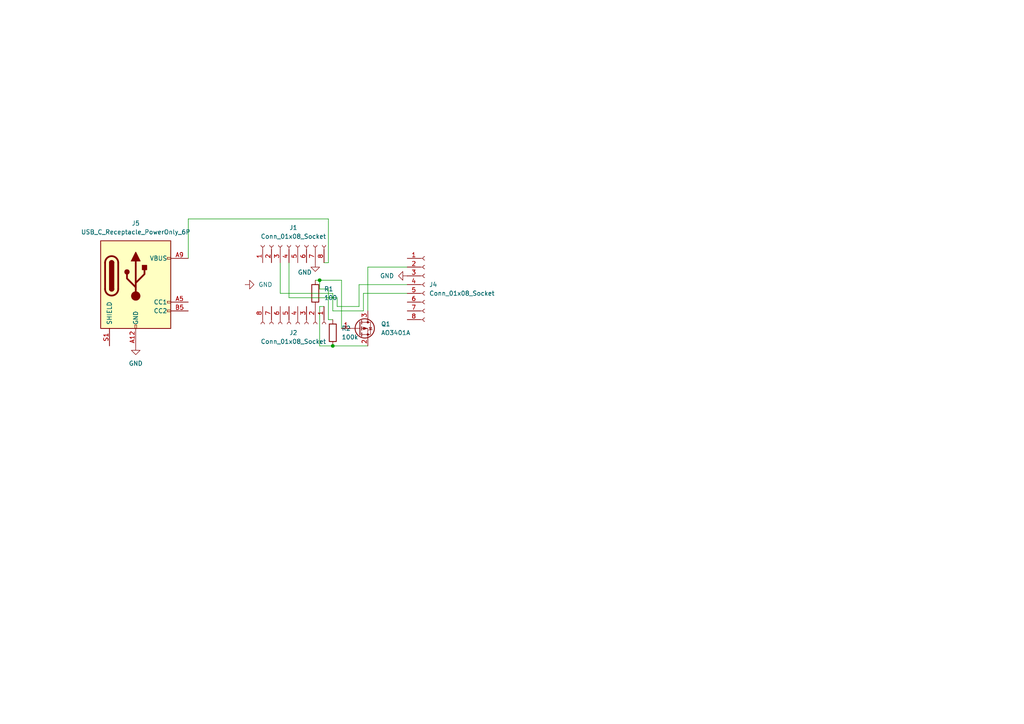
<source format=kicad_sch>
(kicad_sch (version 20250114) (generator "eeschema") (generator_version "9.0")
  (paper "A4")
  (lib_symbols
    (symbol "Connector:Conn_01x08_Socket" (pin_names (offset 1.016) (hide yes))
      (property "Reference" "J" (at 0 10.16 0))
      (property "Value" "Conn_01x08_Socket" (at 0 -12.7 0))
      (symbol "Conn_01x08_Socket_1_1"
        (polyline (pts (xy -1.27 7.62) (xy -0.508 7.62)) (stroke (width 0.1524)))
        (polyline (pts (xy -1.27 5.08) (xy -0.508 5.08)) (stroke (width 0.1524)))
        (polyline (pts (xy -1.27 2.54) (xy -0.508 2.54)) (stroke (width 0.1524)))
        (polyline (pts (xy -1.27 0) (xy -0.508 0)) (stroke (width 0.1524)))
        (polyline (pts (xy -1.27 -2.54) (xy -0.508 -2.54)) (stroke (width 0.1524)))
        (polyline (pts (xy -1.27 -5.08) (xy -0.508 -5.08)) (stroke (width 0.1524)))
        (polyline (pts (xy -1.27 -7.62) (xy -0.508 -7.62)) (stroke (width 0.1524)))
        (polyline (pts (xy -1.27 -10.16) (xy -0.508 -10.16)) (stroke (width 0.1524)))
        (arc (start 0 7.112) (mid -0.5058 7.62) (end 0 8.128) (stroke (width 0.1524)))
        (arc (start 0 4.572) (mid -0.5058 5.08) (end 0 5.588) (stroke (width 0.1524)))
        (arc (start 0 2.032) (mid -0.5058 2.54) (end 0 3.048) (stroke (width 0.1524)))
        (arc (start 0 -0.508) (mid -0.5058 0) (end 0 0.508) (stroke (width 0.1524)))
        (arc (start 0 -3.048) (mid -0.5058 -2.54) (end 0 -2.032) (stroke (width 0.1524)))
        (arc (start 0 -5.588) (mid -0.5058 -5.08) (end 0 -4.572) (stroke (width 0.1524)))
        (arc (start 0 -8.128) (mid -0.5058 -7.62) (end 0 -7.112) (stroke (width 0.1524)))
        (arc (start 0 -10.668) (mid -0.5058 -10.16) (end 0 -9.652) (stroke (width 0.1524)))
        (pin passive line (at -5.08 7.62 0) (length 3.81) (name "Pin_1") (number "1"))
        (pin passive line (at -5.08 5.08 0) (length 3.81) (name "Pin_2") (number "2"))
        (pin passive line (at -5.08 2.54 0) (length 3.81) (name "Pin_3") (number "3"))
        (pin passive line (at -5.08 0 0) (length 3.81) (name "Pin_4") (number "4"))
        (pin passive line (at -5.08 -2.54 0) (length 3.81) (name "Pin_5") (number "5"))
        (pin passive line (at -5.08 -5.08 0) (length 3.81) (name "Pin_6") (number "6"))
        (pin passive line (at -5.08 -7.62 0) (length 3.81) (name "Pin_7") (number "7"))
        (pin passive line (at -5.08 -10.16 0) (length 3.81) (name "Pin_8") (number "8"))
      )
    )
    (symbol "Connector:USB_C_Receptacle_PowerOnly_6P" (pin_names (offset 1.016))
      (property "Reference" "J" (at 0 16.51 0))
      (property "Value" "USB_C_Receptacle_PowerOnly_6P" (at 0 13.97 0))
      (symbol "USB_C_Receptacle_PowerOnly_6P_0_0"
        (rectangle (start -0.254 -12.7) (end 0.254 -11.684))
        (rectangle (start 10.16 7.874) (end 9.144 7.366))
        (rectangle (start 10.16 -4.826) (end 9.144 -5.334))
        (rectangle (start 10.16 -7.366) (end 9.144 -7.874))
      )
      (symbol "USB_C_Receptacle_PowerOnly_6P_0_1"
        (rectangle (start -10.16 12.7) (end 10.16 -12.7) (stroke (width 0.254)) (fill (type background)))
        (polyline (pts (xy -8.89 -1.27) (xy -8.89 6.35)) (stroke (width 0.508)))
        (rectangle (start -7.62 -1.27) (end -6.35 6.35) (stroke (width 0.254)) (fill (type outline)))
        (arc (start -7.62 6.35) (mid -6.985 6.9823) (end -6.35 6.35) (stroke (width 0.254)))
        (arc (start -7.62 6.35) (mid -6.985 6.9823) (end -6.35 6.35) (stroke (width 0.254)) (fill (type outline)))
        (arc (start -8.89 6.35) (mid -6.985 8.2467) (end -5.08 6.35) (stroke (width 0.508)))
        (arc (start -5.08 -1.27) (mid -6.985 -3.1667) (end -8.89 -1.27) (stroke (width 0.508)))
        (arc (start -6.35 -1.27) (mid -6.985 -1.9023) (end -7.62 -1.27) (stroke (width 0.254)))
        (arc (start -6.35 -1.27) (mid -6.985 -1.9023) (end -7.62 -1.27) (stroke (width 0.254)) (fill (type outline)))
        (polyline (pts (xy -5.08 6.35) (xy -5.08 -1.27)) (stroke (width 0.508)))
        (circle (center -2.54 3.683) (radius 0.635) (stroke (width 0.254)) (fill (type outline)))
        (polyline (pts (xy -1.27 6.858) (xy 0 9.398) (xy 1.27 6.858) (xy -1.27 6.858)) (stroke (width 0.254)) (fill (type outline)))
        (polyline (pts (xy 0 0.508) (xy 2.54 3.048) (xy 2.54 4.318)) (stroke (width 0.508)))
        (polyline (pts (xy 0 -0.762) (xy -2.54 1.778) (xy -2.54 3.048)) (stroke (width 0.508)))
        (polyline (pts (xy 0 -3.302) (xy 0 6.858)) (stroke (width 0.508)))
        (circle (center 0 -3.302) (radius 1.27) (fill (type outline)))
        (rectangle (start 1.905 4.318) (end 3.175 5.588) (stroke (width 0.254)) (fill (type outline)))
      )
      (symbol "USB_C_Receptacle_PowerOnly_6P_1_1"
        (pin passive line (at -7.62 -17.78 90) (length 5.08) (name "SHIELD") (number "S1"))
        (pin passive line (at 0 -17.78 90) (length 5.08) (name "GND") (number "A12"))
        (pin passive line (at 0 -17.78 90) (length 5.08) (hide yes) (name "GND") (number "B12"))
        (pin passive line (at 15.24 7.62 180) (length 5.08) (name "VBUS") (number "A9"))
        (pin passive line (at 15.24 7.62 180) (length 5.08) (hide yes) (name "VBUS") (number "B9"))
        (pin bidirectional line (at 15.24 -5.08 180) (length 5.08) (name "CC1") (number "A5"))
        (pin bidirectional line (at 15.24 -7.62 180) (length 5.08) (name "CC2") (number "B5"))
      )
    )
    (symbol "Device:R" (pin_numbers (hide yes)) (pin_names (offset 0))
      (property "Reference" "R" (at 2.032 0 90))
      (property "Value" "R" (at 0 0 90))
      (symbol "R_0_1"
        (rectangle (start -1.016 -2.54) (end 1.016 2.54) (stroke (width 0.254)))
      )
      (symbol "R_1_1"
        (pin passive line (at 0 3.81 270) (length 1.27) (name "~") (number "1"))
        (pin passive line (at 0 -3.81 90) (length 1.27) (name "~") (number "2"))
      )
    )
    (symbol "Transistor_FET:AO3401A" (pin_names (hide yes))
      (property "Reference" "Q" (at 5.08 1.905 0))
      (property "Value" "AO3401A" (at 5.08 0 0))
      (symbol "AO3401A_0_1"
        (polyline (pts (xy 0.254 1.905) (xy 0.254 -1.905)) (stroke (width 0.254)))
        (polyline (pts (xy 0.254 0) (xy -2.54 0)))
        (polyline (pts (xy 0.762 2.286) (xy 0.762 1.27)) (stroke (width 0.254)))
        (polyline (pts (xy 0.762 1.778) (xy 3.302 1.778) (xy 3.302 -1.778) (xy 0.762 -1.778)))
        (polyline (pts (xy 0.762 0.508) (xy 0.762 -0.508)) (stroke (width 0.254)))
        (polyline (pts (xy 0.762 -1.27) (xy 0.762 -2.286)) (stroke (width 0.254)))
        (circle (center 1.651 0) (radius 2.794) (stroke (width 0.254)))
        (polyline (pts (xy 2.286 0) (xy 1.27 0.381) (xy 1.27 -0.381) (xy 2.286 0)) (fill (type outline)))
        (polyline (pts (xy 2.54 2.54) (xy 2.54 1.778)))
        (circle (center 2.54 1.778) (radius 0.254) (fill (type outline)))
        (circle (center 2.54 -1.778) (radius 0.254) (fill (type outline)))
        (polyline (pts (xy 2.54 -2.54) (xy 2.54 0) (xy 0.762 0)))
        (polyline (pts (xy 2.794 -0.508) (xy 2.921 -0.381) (xy 3.683 -0.381) (xy 3.81 -0.254)))
        (polyline (pts (xy 3.302 -0.381) (xy 2.921 0.254) (xy 3.683 0.254) (xy 3.302 -0.381)))
      )
      (symbol "AO3401A_1_1"
        (pin input line (at -5.08 0 0) (length 2.54) (name "G") (number "1"))
        (pin passive line (at 2.54 5.08 270) (length 2.54) (name "D") (number "3"))
        (pin passive line (at 2.54 -5.08 90) (length 2.54) (name "S") (number "2"))
      )
    )
    (symbol "power:GND" (power) (pin_numbers (hide yes)) (pin_names (offset 0) (hide yes))
      (property "Value" "GND" (at 0 -3.81 0))
      (symbol "GND_0_1"
        (polyline (pts (xy 0 0) (xy 0 -1.27) (xy 1.27 -1.27) (xy 0 -2.54) (xy -1.27 -1.27) (xy 0 -1.27)))
      )
      (symbol "GND_1_1"
        (pin power_in line (at 0 0 270) (length 0) (name "~") (number "1"))
      )
    )
  )
  (junction (at 96.52 100.33))
  (junction (at 92.71 81.28))
  (wire (pts (xy 96.52 90.17) (xy 96.52 85.09)))
  (wire (pts (xy 81.28 85.09) (xy 96.52 85.09)))
  (wire (pts (xy 104.14 88.9) (xy 97.79 88.9)))
  (wire (pts (xy 92.71 83.82) (xy 95.25 83.82)))
  (wire (pts (xy 105.41 90.17) (xy 105.41 85.09)))
  (wire (pts (xy 92.71 81.28) (xy 99.06 81.28)))
  (wire (pts (xy 54.61 63.5) (xy 95.25 63.5)))
  (wire (pts (xy 105.41 85.09) (xy 118.11 85.09)))
  (wire (pts (xy 104.14 82.55) (xy 118.11 82.55)))
  (wire (pts (xy 93.98 76.2) (xy 95.25 76.2)))
  (wire (pts (xy 106.68 77.47) (xy 106.68 90.17)))
  (wire (pts (xy 91.44 81.28) (xy 92.71 81.28)))
  (wire (pts (xy 95.25 92.71) (xy 96.52 92.71)))
  (wire (pts (xy 95.25 83.82) (xy 95.25 92.71)))
  (wire (pts (xy 81.28 76.2) (xy 81.28 85.09)))
  (wire (pts (xy 97.79 88.9) (xy 97.79 86.36)))
  (wire (pts (xy 92.71 100.33) (xy 96.52 100.33)))
  (wire (pts (xy 93.98 88.9) (xy 92.71 88.9)))
  (wire (pts (xy 99.06 81.28) (xy 99.06 95.25)))
  (wire (pts (xy 104.14 88.9) (xy 104.14 82.55)))
  (wire (pts (xy 83.82 76.2) (xy 83.82 86.36)))
  (wire (pts (xy 106.68 77.47) (xy 118.11 77.47)))
  (wire (pts (xy 54.61 74.93) (xy 54.61 63.5)))
  (wire (pts (xy 95.25 63.5) (xy 95.25 76.2)))
  (wire (pts (xy 92.71 81.28) (xy 92.71 83.82)))
  (wire (pts (xy 92.71 88.9) (xy 92.71 100.33)))
  (wire (pts (xy 96.52 100.33) (xy 106.68 100.33)))
  (wire (pts (xy 105.41 90.17) (xy 96.52 90.17)))
  (wire (pts (xy 97.79 86.36) (xy 83.82 86.36)))
  (symbol (lib_id "Connector:Conn_01x08_Socket") (at 83.82 71.12 90) (unit 1)
    (property "Reference" "J1" (at 85.09 66.04 90))
    (property "Value" "Conn_01x08_Socket" (at 85.09 68.58 90))
    (property "Footprint" "Connector_PinSocket_2.54mm:PinSocket_1x08_P2.54mm_Vertical_SMD_Pin1Left" (effects (hide yes)))
    (property "Description" "Generic connector, single row, 01x08, script generated" (effects (hide yes)))
  )
  (symbol (lib_id "power:GND") (at 118.11 80.01 270) (unit 1)
    (property "Reference" "#PWR03" (effects (hide yes)))
    (property "Value" "GND" (at 114.3 80.0099 90) (effects (justify right)))
    (property "Description" "Power symbol creates a global label with name \"GND\" , ground" (effects (hide yes)))
  )
  (symbol (lib_id "Connector:Conn_01x08_Socket") (at 123.19 82.55 0) (unit 1)
    (property "Reference" "J4" (at 124.46 82.5499 0) (effects (justify left)))
    (property "Value" "Conn_01x08_Socket" (at 124.46 85.0899 0) (effects (justify left)))
    (property "Footprint" "Connector_PinSocket_2.54mm:PinSocket_1x08_P2.54mm_Vertical_SMD_Pin1Right" (effects (hide yes)))
    (property "Description" "Generic connector, single row, 01x08, script generated" (effects (hide yes)))
  )
  (symbol (lib_id "power:GND") (at 91.44 76.2 0) (unit 1)
    (property "Reference" "#PWR02" (effects (hide yes)))
    (property "Value" "GND" (at 88.392 78.994 0))
    (property "Description" "Power symbol creates a global label with name \"GND\" , ground" (effects (hide yes)))
  )
  (symbol (lib_id "Transistor_FET:AO3401A") (at 104.14 95.25 0) (unit 1)
    (property "Reference" "Q1" (at 110.49 93.9799 0) (effects (justify left)))
    (property "Value" "AO3401A" (at 110.49 96.5199 0) (effects (justify left)))
    (property "Footprint" "Package_TO_SOT_SMD:SOT-23" (effects (hide yes)))
    (property "Datasheet" "http://www.aosmd.com/pdfs/datasheet/AO3401A.pdf" (effects (hide yes)))
    (property "Description" "-4.0A Id, -30V Vds, P-Channel MOSFET, SOT-23" (effects (hide yes)))
  )
  (symbol (lib_id "power:GND") (at 39.37 100.33 0) (unit 1)
    (property "Reference" "#PWR04" (effects (hide yes)))
    (property "Value" "GND" (at 39.37 105.41 0))
    (property "Description" "Power symbol creates a global label with name \"GND\" , ground" (effects (hide yes)))
  )
  (symbol (lib_id "Device:R") (at 91.44 85.09 0) (unit 1)
    (property "Reference" "R1" (at 93.98 83.8199 0) (effects (justify left)))
    (property "Value" "100" (at 93.98 86.3599 0) (effects (justify left)))
    (property "Footprint" "Resistor_THT:R_Axial_DIN0207_L6.3mm_D2.5mm_P7.62mm_Horizontal" (effects (hide yes)))
    (property "Description" "Resistor" (effects (hide yes)))
  )
  (symbol (lib_id "Connector:USB_C_Receptacle_PowerOnly_6P") (at 39.37 82.55 0) (unit 1)
    (property "Reference" "J5" (at 39.37 64.77 0))
    (property "Value" "USB_C_Receptacle_PowerOnly_6P" (at 39.37 67.31 0))
    (property "Footprint" "Connector_USB:USB_C_Receptacle_GCT_USB4125-xx-x_6P_TopMnt_Horizontal" (effects (hide yes)))
    (property "Datasheet" "https://www.usb.org/sites/default/files/documents/usb_type-c.zip" (effects (hide yes)))
    (property "Description" "USB Power-Only 6P Type-C Receptacle connector" (effects (hide yes)))
  )
  (symbol (lib_id "Device:R") (at 96.52 96.52 0) (unit 1)
    (property "Reference" "R2" (at 99.06 95.2499 0) (effects (justify left)))
    (property "Value" "100k" (at 99.06 97.7899 0) (effects (justify left)))
    (property "Footprint" "Resistor_THT:R_Axial_DIN0207_L6.3mm_D2.5mm_P7.62mm_Horizontal" (effects (hide yes)))
    (property "Description" "Resistor" (effects (hide yes)))
  )
  (symbol (lib_id "power:GND") (at 71.12 82.55 90) (unit 1)
    (property "Reference" "#PWR01" (effects (hide yes)))
    (property "Value" "GND" (at 74.93 82.5499 90) (effects (justify right)))
    (property "Description" "Power symbol creates a global label with name \"GND\" , ground" (effects (hide yes)))
  )
  (symbol (lib_id "Connector:Conn_01x08_Socket") (at 86.36 93.98 270) (unit 1)
    (property "Reference" "J2" (at 85.09 96.52 90))
    (property "Value" "Conn_01x08_Socket" (at 85.09 99.06 90))
    (property "Footprint" "Connector_PinSocket_2.54mm:PinSocket_1x08_P2.54mm_Vertical_SMD_Pin1Right" (effects (hide yes)))
    (property "Description" "Generic connector, single row, 01x08, script generated" (effects (hide yes)))
  )
)
</source>
